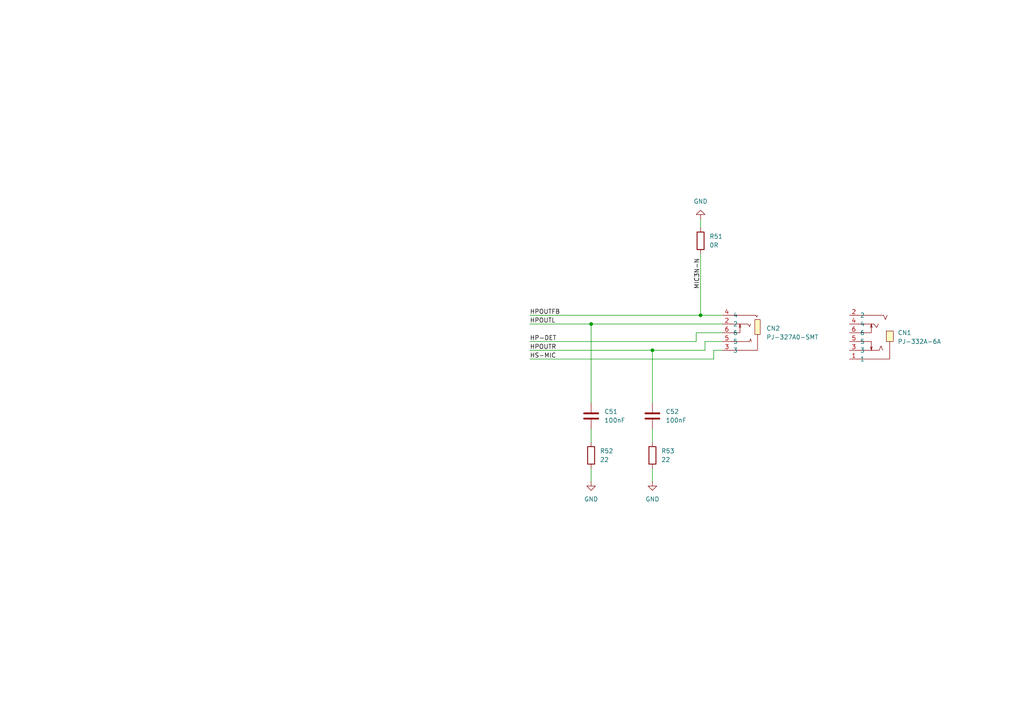
<source format=kicad_sch>
(kicad_sch (version 20250114) (generator "eeschema") (generator_version "9.0")
  (paper "A4")
  (title_block (date "2025-02-20") (rev "V0.1") (company "Matthew Spotten"))
  (lib_symbols
    (symbol "Device:C" (pin_numbers (hide yes)) (pin_names (offset 0.254))
      (property "Reference" "C" (at 0.635 2.54 0))
      (property "Value" "C" (at 0.635 -2.54 0))
      (symbol "C_0_1"
        (polyline (pts (xy -2.032 0.762) (xy 2.032 0.762)) (stroke (width 0.508)))
        (polyline (pts (xy -2.032 -0.762) (xy 2.032 -0.762)) (stroke (width 0.508)))
      )
      (symbol "C_1_1"
        (pin passive line (at 0 3.81 270) (length 2.794) (name "~") (number "1"))
        (pin passive line (at 0 -3.81 90) (length 2.794) (name "~") (number "2"))
      )
    )
    (symbol "Device:R" (pin_numbers (hide yes)) (pin_names (offset 0))
      (property "Reference" "R" (at 2.032 0 90))
      (property "Value" "R" (at 0 0 90))
      (symbol "R_0_1"
        (rectangle (start -1.016 -2.54) (end 1.016 2.54) (stroke (width 0.254)))
      )
      (symbol "R_1_1"
        (pin passive line (at 0 3.81 270) (length 1.27) (name "~") (number "1"))
        (pin passive line (at 0 -3.81 90) (length 1.27) (name "~") (number "2"))
      )
    )
    (symbol "easyeda:PJ-327A0-SMT"
      (property "Reference" "CN" (at 0 10.16 0))
      (property "Value" "PJ-327A0-SMT" (at 0 -10.16 0))
      (symbol "PJ-327A0-SMT_0_1"
        (rectangle (start -5.84 0.51) (end -4.32 -3.81) (fill (type background)))
        (polyline (pts (xy -5.08 0.51) (xy -5.08 5.08) (xy 2.54 5.08)))
        (polyline (pts (xy 0 -2.54) (xy -0.25 -1.52)))
        (polyline (pts (xy 2.54 2.54) (xy -2.79 2.54) (xy -3.05 1.78) (xy -3.3 2.54)))
        (polyline (pts (xy 2.54 0) (xy 0 0) (xy 0 -2.54) (xy 0.25 -1.52) (xy 0.25 -1.52)))
        (polyline (pts (xy 2.54 -2.54) (xy -2.29 -2.54) (xy -2.79 -1.78) (xy -3.05 -2.54)))
        (polyline (pts (xy 2.54 -5.08) (xy -4.57 -5.08) (xy -4.83 -4.57) (xy -5.08 -5.08)))
        (pin unspecified line (at 5.08 5.08 180) (length 2.54) (name "3") (number "3"))
        (pin unspecified line (at 5.08 2.54 180) (length 2.54) (name "5") (number "5"))
        (pin unspecified line (at 5.08 0 180) (length 2.54) (name "6") (number "6"))
        (pin unspecified line (at 5.08 -2.54 180) (length 2.54) (name "2") (number "2"))
        (pin unspecified line (at 5.08 -5.08 180) (length 2.54) (name "4") (number "4"))
      )
    )
    (symbol "easyeda:PJ-332A-6A"
      (property "Reference" "CN" (at 0 12.7 0))
      (property "Value" "PJ-332A-6A" (at 0 -10.16 0))
      (symbol "PJ-332A-6A_0_1"
        (rectangle (start -10.16 2.54) (end -8.13 -0.51) (fill (type background)))
        (polyline (pts (xy -3.81 5.08) (xy -3.56 4.06)))
        (polyline (pts (xy -3.81 -2.54) (xy -4.06 -1.52)))
        (polyline (pts (xy 0 7.62) (xy -9.14 7.62) (xy -9.14 2.54)))
        (polyline (pts (xy 0 5.08) (xy -6.1 5.08) (xy -6.6 3.81) (xy -7.11 5.08)))
        (polyline (pts (xy 0 2.54) (xy -3.81 2.54) (xy -3.81 5.08) (xy -4.06 4.06)))
        (polyline (pts (xy 0 0) (xy -3.81 0) (xy -3.81 -2.54) (xy -3.56 -1.52)))
        (polyline (pts (xy 0 -2.54) (xy -4.57 -2.54) (xy -5.33 -1.52) (xy -5.84 -2.54)))
        (polyline (pts (xy 0 -5.08) (xy -7.37 -5.08) (xy -7.87 -3.81) (xy -8.38 -5.08)))
        (pin unspecified line (at 2.54 7.62 180) (length 2.54) (name "1") (number "1"))
        (pin unspecified line (at 2.54 5.08 180) (length 2.54) (name "3") (number "3"))
        (pin unspecified line (at 2.54 2.54 180) (length 2.54) (name "5") (number "5"))
        (pin unspecified line (at 2.54 0 180) (length 2.54) (name "6") (number "6"))
        (pin unspecified line (at 2.54 -2.54 180) (length 2.54) (name "4") (number "4"))
        (pin unspecified line (at 2.54 -5.08 180) (length 2.54) (name "2") (number "2"))
      )
    )
    (symbol "power:GND" (power) (pin_numbers (hide yes)) (pin_names (offset 0) (hide yes))
      (property "Value" "GND" (at 0 -3.81 0))
      (symbol "GND_0_1"
        (polyline (pts (xy 0 0) (xy 0 -1.27) (xy 1.27 -1.27) (xy 0 -2.54) (xy -1.27 -1.27) (xy 0 -1.27)))
      )
      (symbol "GND_1_1"
        (pin power_in line (at 0 0 270) (length 0) (name "~") (number "1"))
      )
    )
  )
  (junction (at 203.2 91.44))
  (junction (at 171.45 93.98))
  (junction (at 189.23 101.6))
  (wire (pts (xy 189.23 101.6) (xy 204.47 101.6)))
  (wire (pts (xy 203.2 63.5) (xy 203.2 66.04)))
  (wire (pts (xy 204.47 99.06) (xy 209.55 99.06)))
  (wire (pts (xy 153.67 101.6) (xy 189.23 101.6)))
  (wire (pts (xy 189.23 101.6) (xy 189.23 116.84)))
  (wire (pts (xy 201.93 96.52) (xy 209.55 96.52)))
  (wire (pts (xy 201.93 99.06) (xy 201.93 96.52)))
  (wire (pts (xy 153.67 93.98) (xy 171.45 93.98)))
  (wire (pts (xy 189.23 124.46) (xy 189.23 128.27)))
  (wire (pts (xy 153.67 104.14) (xy 207.01 104.14)))
  (wire (pts (xy 153.67 99.06) (xy 201.93 99.06)))
  (wire (pts (xy 171.45 124.46) (xy 171.45 128.27)))
  (wire (pts (xy 153.67 91.44) (xy 203.2 91.44)))
  (wire (pts (xy 171.45 135.89) (xy 171.45 139.7)))
  (wire (pts (xy 171.45 93.98) (xy 209.55 93.98)))
  (wire (pts (xy 171.45 93.98) (xy 171.45 116.84)))
  (wire (pts (xy 203.2 91.44) (xy 209.55 91.44)))
  (wire (pts (xy 207.01 101.6) (xy 209.55 101.6)))
  (wire (pts (xy 204.47 101.6) (xy 204.47 99.06)))
  (wire (pts (xy 203.2 73.66) (xy 203.2 91.44)))
  (wire (pts (xy 189.23 135.89) (xy 189.23 139.7)))
  (wire (pts (xy 207.01 104.14) (xy 207.01 101.6)))
  (label "HPOUTR" (at 153.67 101.6 0))
  (label "HP-DET" (at 153.67 99.06 0))
  (label "HPOUTFB" (at 153.67 91.44 0))
  (label "HPOUTL" (at 153.67 93.98 0))
  (label "HS-MIC" (at 153.67 104.14 0))
  (label "MIC3N-N" (at 203.2 83.82 90))
  (symbol (lib_id "Device:C") (at 189.23 120.65 0) (unit 1)
    (property "Reference" "C52" (at 193.04 119.3799 0) (effects (justify left)))
    (property "Value" "100nF" (at 193.04 121.9199 0) (effects (justify left)))
    (property "Description" "Unpolarized capacitor" (effects (hide yes)))
  )
  (symbol (lib_id "Device:R") (at 171.45 132.08 0) (unit 1)
    (property "Reference" "R52" (at 173.99 130.8099 0) (effects (justify left)))
    (property "Value" "22" (at 173.99 133.3499 0) (effects (justify left)))
    (property "Description" "Resistor" (effects (hide yes)))
  )
  (symbol (lib_id "Device:C") (at 171.45 120.65 0) (unit 1)
    (property "Reference" "C51" (at 175.26 119.3799 0) (effects (justify left)))
    (property "Value" "100nF" (at 175.26 121.9199 0) (effects (justify left)))
    (property "Description" "Unpolarized capacitor" (effects (hide yes)))
  )
  (symbol (lib_id "easyeda:PJ-332A-6A") (at 248.92 96.52 180) (unit 1)
    (property "Reference" "CN1" (at 260.35 96.5199 0) (effects (justify right)))
    (property "Value" "PJ-332A-6A" (at 260.35 99.0599 0) (effects (justify right)))
    (property "Footprint" "easyeda:AUDIO-SMD_PJ-332A-6A" (effects (hide yes)))
    (property "LCSC Part" "C2848643" (effects (hide yes)))
  )
  (symbol (lib_id "Device:R") (at 203.2 69.85 0) (unit 1)
    (property "Reference" "R51" (at 205.74 68.5799 0) (effects (justify left)))
    (property "Value" "0R" (at 205.74 71.1199 0) (effects (justify left)))
    (property "Description" "Resistor" (effects (hide yes)))
  )
  (symbol (lib_id "power:GND") (at 171.45 139.7 0) (unit 1)
    (property "Reference" "#PWR0156" (effects (hide yes)))
    (property "Value" "GND" (at 171.45 144.78 0))
    (property "Description" "Power symbol creates a global label with name \"GND\" , ground" (effects (hide yes)))
  )
  (symbol (lib_id "power:GND") (at 203.2 63.5 180) (unit 1)
    (property "Reference" "#PWR0154" (effects (hide yes)))
    (property "Value" "GND" (at 203.2 58.42 0))
    (property "Description" "Power symbol creates a global label with name \"GND\" , ground" (effects (hide yes)))
  )
  (symbol (lib_id "easyeda:PJ-327A0-SMT") (at 214.63 96.52 180) (unit 1)
    (property "Reference" "CN2" (at 222.25 95.2499 0) (effects (justify right)))
    (property "Value" "PJ-327A0-SMT" (at 222.25 97.7899 0) (effects (justify right)))
    (property "Footprint" "easyeda:AUDIO-SMD_PJ-327A0-SMT" (effects (hide yes)))
    (property "Datasheet" "https://lcsc.com/product-detail/Audio-Video-Connectors_XKB-Enterprise-PJ-327A0-SMT_C381135.html" (effects (hide yes)))
    (property "LCSC Part" "C381135" (effects (hide yes)))
  )
  (symbol (lib_id "power:GND") (at 189.23 139.7 0) (unit 1)
    (property "Reference" "#PWR0155" (effects (hide yes)))
    (property "Value" "GND" (at 189.23 144.78 0))
    (property "Description" "Power symbol creates a global label with name \"GND\" , ground" (effects (hide yes)))
  )
  (symbol (lib_id "Device:R") (at 189.23 132.08 0) (unit 1)
    (property "Reference" "R53" (at 191.77 130.8099 0) (effects (justify left)))
    (property "Value" "22" (at 191.77 133.3499 0) (effects (justify left)))
    (property "Description" "Resistor" (effects (hide yes)))
  )
)
</source>
